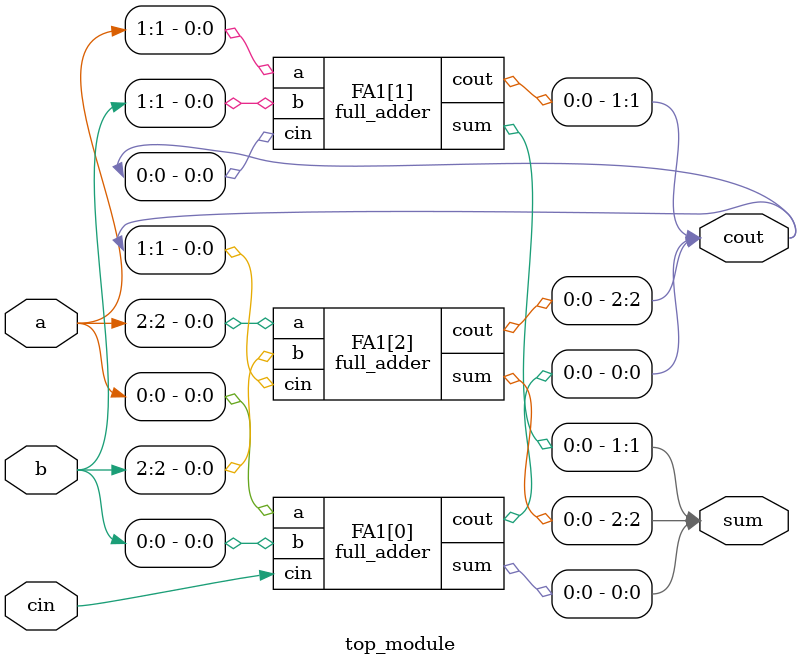
<source format=v>
module full_adder( 
    input a, b, cin,
    output cout, sum );

    assign sum = a ^ b ^ cin;
    assign cout = a&cin | b&cin | a&b;

endmodule

module top_module( 
    input [2:0] a, b,
    input cin,
    output [2:0] cout,
    output [2:0] sum );

    full_adder FA1[2:0] (a[2:0], b[2:0], {cout[1:0], cin}, cout[2:0], sum[2:0]);

endmodule
</source>
